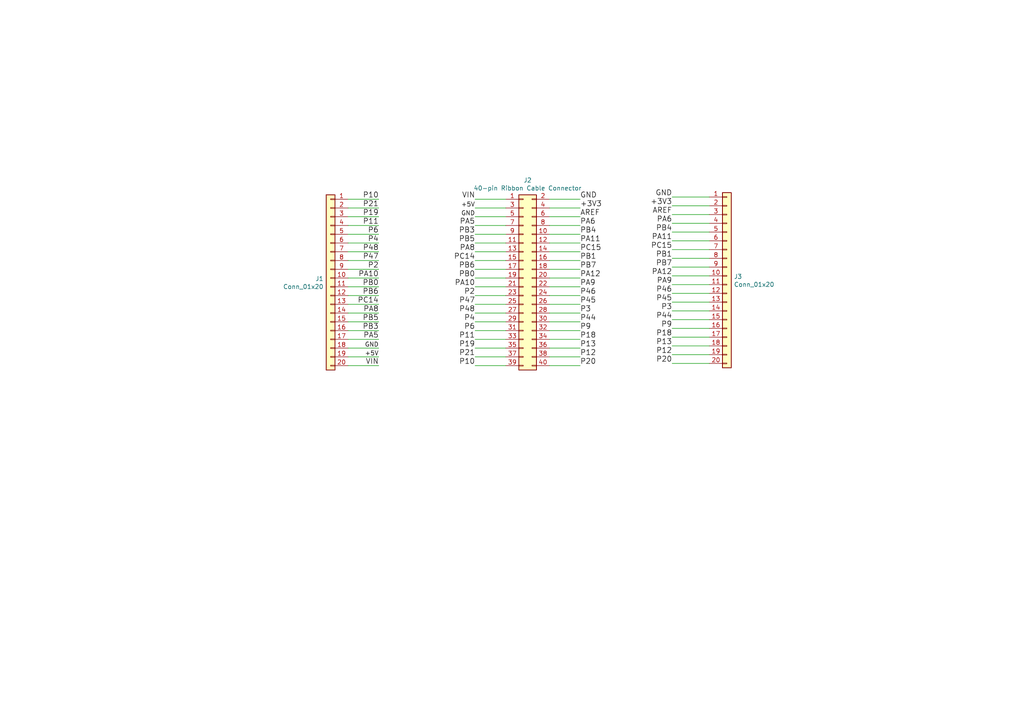
<source format=kicad_sch>
(kicad_sch (version 20230121) (generator eeschema)
  (paper "A4")
  (title_block (title "E155 Breadboard Adapter") (rev "v4") (company "Harvey Mudd College") (comment 1 "jbrake@hmc.edu") (comment 2 "Author: Josh Brake"))
  (lib_symbols
    (symbol "Connector_Generic:Conn_01x20" (pin_names (offset 1.016) hide)
      (property "Reference" "J" (at 0 25.4 0))
      (property "Value" "Conn_01x20" (at 0 -27.94 0))
      (symbol "Conn_01x20_1_1"
        (rectangle (start -1.27 -25.273) (end 0 -25.527) (stroke (width 0.1524)))
        (rectangle (start -1.27 -22.733) (end 0 -22.987) (stroke (width 0.1524)))
        (rectangle (start -1.27 -20.193) (end 0 -20.447) (stroke (width 0.1524)))
        (rectangle (start -1.27 -17.653) (end 0 -17.907) (stroke (width 0.1524)))
        (rectangle (start -1.27 -15.113) (end 0 -15.367) (stroke (width 0.1524)))
        (rectangle (start -1.27 -12.573) (end 0 -12.827) (stroke (width 0.1524)))
        (rectangle (start -1.27 -10.033) (end 0 -10.287) (stroke (width 0.1524)))
        (rectangle (start -1.27 -7.493) (end 0 -7.747) (stroke (width 0.1524)))
        (rectangle (start -1.27 -4.953) (end 0 -5.207) (stroke (width 0.1524)))
        (rectangle (start -1.27 -2.413) (end 0 -2.667) (stroke (width 0.1524)))
        (rectangle (start -1.27 0.127) (end 0 -0.127) (stroke (width 0.1524)))
        (rectangle (start -1.27 2.667) (end 0 2.413) (stroke (width 0.1524)))
        (rectangle (start -1.27 5.207) (end 0 4.953) (stroke (width 0.1524)))
        (rectangle (start -1.27 7.747) (end 0 7.493) (stroke (width 0.1524)))
        (rectangle (start -1.27 10.287) (end 0 10.033) (stroke (width 0.1524)))
        (rectangle (start -1.27 12.827) (end 0 12.573) (stroke (width 0.1524)))
        (rectangle (start -1.27 15.367) (end 0 15.113) (stroke (width 0.1524)))
        (rectangle (start -1.27 17.907) (end 0 17.653) (stroke (width 0.1524)))
        (rectangle (start -1.27 20.447) (end 0 20.193) (stroke (width 0.1524)))
        (rectangle (start -1.27 22.987) (end 0 22.733) (stroke (width 0.1524)))
        (rectangle (start -1.27 24.13) (end 1.27 -26.67) (stroke (width 0.254)) (fill (type background)))
        (pin passive line (at -5.08 22.86 0) (length 3.81) (name "Pin_1") (number "1"))
        (pin passive line (at -5.08 0 0) (length 3.81) (name "Pin_10") (number "10"))
        (pin passive line (at -5.08 -2.54 0) (length 3.81) (name "Pin_11") (number "11"))
        (pin passive line (at -5.08 -5.08 0) (length 3.81) (name "Pin_12") (number "12"))
        (pin passive line (at -5.08 -7.62 0) (length 3.81) (name "Pin_13") (number "13"))
        (pin passive line (at -5.08 -10.16 0) (length 3.81) (name "Pin_14") (number "14"))
        (pin passive line (at -5.08 -12.7 0) (length 3.81) (name "Pin_15") (number "15"))
        (pin passive line (at -5.08 -15.24 0) (length 3.81) (name "Pin_16") (number "16"))
        (pin passive line (at -5.08 -17.78 0) (length 3.81) (name "Pin_17") (number "17"))
        (pin passive line (at -5.08 -20.32 0) (length 3.81) (name "Pin_18") (number "18"))
        (pin passive line (at -5.08 -22.86 0) (length 3.81) (name "Pin_19") (number "19"))
        (pin passive line (at -5.08 20.32 0) (length 3.81) (name "Pin_2") (number "2"))
        (pin passive line (at -5.08 -25.4 0) (length 3.81) (name "Pin_20") (number "20"))
        (pin passive line (at -5.08 17.78 0) (length 3.81) (name "Pin_3") (number "3"))
        (pin passive line (at -5.08 15.24 0) (length 3.81) (name "Pin_4") (number "4"))
        (pin passive line (at -5.08 12.7 0) (length 3.81) (name "Pin_5") (number "5"))
        (pin passive line (at -5.08 10.16 0) (length 3.81) (name "Pin_6") (number "6"))
        (pin passive line (at -5.08 7.62 0) (length 3.81) (name "Pin_7") (number "7"))
        (pin passive line (at -5.08 5.08 0) (length 3.81) (name "Pin_8") (number "8"))
        (pin passive line (at -5.08 2.54 0) (length 3.81) (name "Pin_9") (number "9"))
      )
    )
    (symbol "Connector_Generic:Conn_02x20_Odd_Even" (pin_names (offset 1.016) hide)
      (property "Reference" "J" (at 1.27 25.4 0))
      (property "Value" "Conn_02x20_Odd_Even" (at 1.27 -27.94 0))
      (symbol "Conn_02x20_Odd_Even_1_1"
        (rectangle (start -1.27 -25.273) (end 0 -25.527) (stroke (width 0.1524)))
        (rectangle (start -1.27 -22.733) (end 0 -22.987) (stroke (width 0.1524)))
        (rectangle (start -1.27 -20.193) (end 0 -20.447) (stroke (width 0.1524)))
        (rectangle (start -1.27 -17.653) (end 0 -17.907) (stroke (width 0.1524)))
        (rectangle (start -1.27 -15.113) (end 0 -15.367) (stroke (width 0.1524)))
        (rectangle (start -1.27 -12.573) (end 0 -12.827) (stroke (width 0.1524)))
        (rectangle (start -1.27 -10.033) (end 0 -10.287) (stroke (width 0.1524)))
        (rectangle (start -1.27 -7.493) (end 0 -7.747) (stroke (width 0.1524)))
        (rectangle (start -1.27 -4.953) (end 0 -5.207) (stroke (width 0.1524)))
        (rectangle (start -1.27 -2.413) (end 0 -2.667) (stroke (width 0.1524)))
        (rectangle (start -1.27 0.127) (end 0 -0.127) (stroke (width 0.1524)))
        (rectangle (start -1.27 2.667) (end 0 2.413) (stroke (width 0.1524)))
        (rectangle (start -1.27 5.207) (end 0 4.953) (stroke (width 0.1524)))
        (rectangle (start -1.27 7.747) (end 0 7.493) (stroke (width 0.1524)))
        (rectangle (start -1.27 10.287) (end 0 10.033) (stroke (width 0.1524)))
        (rectangle (start -1.27 12.827) (end 0 12.573) (stroke (width 0.1524)))
        (rectangle (start -1.27 15.367) (end 0 15.113) (stroke (width 0.1524)))
        (rectangle (start -1.27 17.907) (end 0 17.653) (stroke (width 0.1524)))
        (rectangle (start -1.27 20.447) (end 0 20.193) (stroke (width 0.1524)))
        (rectangle (start -1.27 22.987) (end 0 22.733) (stroke (width 0.1524)))
        (rectangle (start -1.27 24.13) (end 3.81 -26.67) (stroke (width 0.254)) (fill (type background)))
        (rectangle (start 3.81 -25.273) (end 2.54 -25.527) (stroke (width 0.1524)))
        (rectangle (start 3.81 -22.733) (end 2.54 -22.987) (stroke (width 0.1524)))
        (rectangle (start 3.81 -20.193) (end 2.54 -20.447) (stroke (width 0.1524)))
        (rectangle (start 3.81 -17.653) (end 2.54 -17.907) (stroke (width 0.1524)))
        (rectangle (start 3.81 -15.113) (end 2.54 -15.367) (stroke (width 0.1524)))
        (rectangle (start 3.81 -12.573) (end 2.54 -12.827) (stroke (width 0.1524)))
        (rectangle (start 3.81 -10.033) (end 2.54 -10.287) (stroke (width 0.1524)))
        (rectangle (start 3.81 -7.493) (end 2.54 -7.747) (stroke (width 0.1524)))
        (rectangle (start 3.81 -4.953) (end 2.54 -5.207) (stroke (width 0.1524)))
        (rectangle (start 3.81 -2.413) (end 2.54 -2.667) (stroke (width 0.1524)))
        (rectangle (start 3.81 0.127) (end 2.54 -0.127) (stroke (width 0.1524)))
        (rectangle (start 3.81 2.667) (end 2.54 2.413) (stroke (width 0.1524)))
        (rectangle (start 3.81 5.207) (end 2.54 4.953) (stroke (width 0.1524)))
        (rectangle (start 3.81 7.747) (end 2.54 7.493) (stroke (width 0.1524)))
        (rectangle (start 3.81 10.287) (end 2.54 10.033) (stroke (width 0.1524)))
        (rectangle (start 3.81 12.827) (end 2.54 12.573) (stroke (width 0.1524)))
        (rectangle (start 3.81 15.367) (end 2.54 15.113) (stroke (width 0.1524)))
        (rectangle (start 3.81 17.907) (end 2.54 17.653) (stroke (width 0.1524)))
        (rectangle (start 3.81 20.447) (end 2.54 20.193) (stroke (width 0.1524)))
        (rectangle (start 3.81 22.987) (end 2.54 22.733) (stroke (width 0.1524)))
        (pin passive line (at -5.08 22.86 0) (length 3.81) (name "Pin_1") (number "1"))
        (pin passive line (at 7.62 12.7 180) (length 3.81) (name "Pin_10") (number "10"))
        (pin passive line (at -5.08 10.16 0) (length 3.81) (name "Pin_11") (number "11"))
        (pin passive line (at 7.62 10.16 180) (length 3.81) (name "Pin_12") (number "12"))
        (pin passive line (at -5.08 7.62 0) (length 3.81) (name "Pin_13") (number "13"))
        (pin passive line (at 7.62 7.62 180) (length 3.81) (name "Pin_14") (number "14"))
        (pin passive line (at -5.08 5.08 0) (length 3.81) (name "Pin_15") (number "15"))
        (pin passive line (at 7.62 5.08 180) (length 3.81) (name "Pin_16") (number "16"))
        (pin passive line (at -5.08 2.54 0) (length 3.81) (name "Pin_17") (number "17"))
        (pin passive line (at 7.62 2.54 180) (length 3.81) (name "Pin_18") (number "18"))
        (pin passive line (at -5.08 0 0) (length 3.81) (name "Pin_19") (number "19"))
        (pin passive line (at 7.62 22.86 180) (length 3.81) (name "Pin_2") (number "2"))
        (pin passive line (at 7.62 0 180) (length 3.81) (name "Pin_20") (number "20"))
        (pin passive line (at -5.08 -2.54 0) (length 3.81) (name "Pin_21") (number "21"))
        (pin passive line (at 7.62 -2.54 180) (length 3.81) (name "Pin_22") (number "22"))
        (pin passive line (at -5.08 -5.08 0) (length 3.81) (name "Pin_23") (number "23"))
        (pin passive line (at 7.62 -5.08 180) (length 3.81) (name "Pin_24") (number "24"))
        (pin passive line (at -5.08 -7.62 0) (length 3.81) (name "Pin_25") (number "25"))
        (pin passive line (at 7.62 -7.62 180) (length 3.81) (name "Pin_26") (number "26"))
        (pin passive line (at -5.08 -10.16 0) (length 3.81) (name "Pin_27") (number "27"))
        (pin passive line (at 7.62 -10.16 180) (length 3.81) (name "Pin_28") (number "28"))
        (pin passive line (at -5.08 -12.7 0) (length 3.81) (name "Pin_29") (number "29"))
        (pin passive line (at -5.08 20.32 0) (length 3.81) (name "Pin_3") (number "3"))
        (pin passive line (at 7.62 -12.7 180) (length 3.81) (name "Pin_30") (number "30"))
        (pin passive line (at -5.08 -15.24 0) (length 3.81) (name "Pin_31") (number "31"))
        (pin passive line (at 7.62 -15.24 180) (length 3.81) (name "Pin_32") (number "32"))
        (pin passive line (at -5.08 -17.78 0) (length 3.81) (name "Pin_33") (number "33"))
        (pin passive line (at 7.62 -17.78 180) (length 3.81) (name "Pin_34") (number "34"))
        (pin passive line (at -5.08 -20.32 0) (length 3.81) (name "Pin_35") (number "35"))
        (pin passive line (at 7.62 -20.32 180) (length 3.81) (name "Pin_36") (number "36"))
        (pin passive line (at -5.08 -22.86 0) (length 3.81) (name "Pin_37") (number "37"))
        (pin passive line (at 7.62 -22.86 180) (length 3.81) (name "Pin_38") (number "38"))
        (pin passive line (at -5.08 -25.4 0) (length 3.81) (name "Pin_39") (number "39"))
        (pin passive line (at 7.62 20.32 180) (length 3.81) (name "Pin_4") (number "4"))
        (pin passive line (at 7.62 -25.4 180) (length 3.81) (name "Pin_40") (number "40"))
        (pin passive line (at -5.08 17.78 0) (length 3.81) (name "Pin_5") (number "5"))
        (pin passive line (at 7.62 17.78 180) (length 3.81) (name "Pin_6") (number "6"))
        (pin passive line (at -5.08 15.24 0) (length 3.81) (name "Pin_7") (number "7"))
        (pin passive line (at 7.62 15.24 180) (length 3.81) (name "Pin_8") (number "8"))
        (pin passive line (at -5.08 12.7 0) (length 3.81) (name "Pin_9") (number "9"))
      )
    )
  )
  (wire (pts (xy 146.685 75.565) (xy 137.795 75.565)))
  (wire (pts (xy 100.965 103.505) (xy 109.855 103.505)))
  (wire (pts (xy 100.965 83.185) (xy 109.855 83.185)))
  (wire (pts (xy 146.685 73.025) (xy 137.795 73.025)))
  (wire (pts (xy 159.385 98.425) (xy 168.275 98.425)))
  (wire (pts (xy 159.385 75.565) (xy 168.275 75.565)))
  (wire (pts (xy 159.385 95.885) (xy 168.275 95.885)))
  (wire (pts (xy 159.385 60.325) (xy 168.275 60.325)))
  (wire (pts (xy 146.685 70.485) (xy 137.795 70.485)))
  (wire (pts (xy 194.945 74.93) (xy 205.74 74.93)))
  (wire (pts (xy 194.945 59.69) (xy 205.74 59.69)))
  (wire (pts (xy 194.945 92.71) (xy 205.74 92.71)))
  (wire (pts (xy 159.385 93.345) (xy 168.275 93.345)))
  (wire (pts (xy 194.945 72.39) (xy 205.74 72.39)))
  (wire (pts (xy 194.945 82.55) (xy 205.74 82.55)))
  (wire (pts (xy 159.385 70.485) (xy 168.275 70.485)))
  (wire (pts (xy 205.74 67.31) (xy 194.945 67.31)))
  (wire (pts (xy 137.795 80.645) (xy 146.685 80.645)))
  (wire (pts (xy 137.795 62.865) (xy 146.685 62.865)))
  (wire (pts (xy 159.385 90.805) (xy 168.275 90.805)))
  (wire (pts (xy 146.685 65.405) (xy 137.795 65.405)))
  (wire (pts (xy 100.965 62.865) (xy 109.855 62.865)))
  (wire (pts (xy 159.385 103.505) (xy 168.275 103.505)))
  (wire (pts (xy 146.685 106.045) (xy 137.795 106.045)))
  (wire (pts (xy 146.685 93.345) (xy 137.795 93.345)))
  (wire (pts (xy 159.385 88.265) (xy 168.275 88.265)))
  (wire (pts (xy 100.965 80.645) (xy 109.855 80.645)))
  (wire (pts (xy 100.965 88.265) (xy 109.855 88.265)))
  (wire (pts (xy 194.945 100.33) (xy 205.74 100.33)))
  (wire (pts (xy 194.945 105.41) (xy 205.74 105.41)))
  (wire (pts (xy 146.685 98.425) (xy 137.795 98.425)))
  (wire (pts (xy 100.965 57.785) (xy 109.855 57.785)))
  (wire (pts (xy 146.685 78.105) (xy 137.795 78.105)))
  (wire (pts (xy 146.685 100.965) (xy 137.795 100.965)))
  (wire (pts (xy 159.385 100.965) (xy 168.275 100.965)))
  (wire (pts (xy 146.685 90.805) (xy 137.795 90.805)))
  (wire (pts (xy 100.965 85.725) (xy 109.855 85.725)))
  (wire (pts (xy 100.965 60.325) (xy 109.855 60.325)))
  (wire (pts (xy 100.965 90.805) (xy 109.855 90.805)))
  (wire (pts (xy 194.945 57.15) (xy 205.74 57.15)))
  (wire (pts (xy 100.965 65.405) (xy 109.855 65.405)))
  (wire (pts (xy 100.965 67.945) (xy 109.855 67.945)))
  (wire (pts (xy 146.685 67.945) (xy 137.795 67.945)))
  (wire (pts (xy 100.965 78.105) (xy 109.855 78.105)))
  (wire (pts (xy 146.685 103.505) (xy 137.795 103.505)))
  (wire (pts (xy 159.385 85.725) (xy 168.275 85.725)))
  (wire (pts (xy 159.385 62.865) (xy 168.275 62.865)))
  (wire (pts (xy 159.385 57.785) (xy 168.275 57.785)))
  (wire (pts (xy 100.965 93.345) (xy 109.855 93.345)))
  (wire (pts (xy 137.795 57.785) (xy 146.685 57.785)))
  (wire (pts (xy 100.965 98.425) (xy 109.855 98.425)))
  (wire (pts (xy 100.965 73.025) (xy 109.855 73.025)))
  (wire (pts (xy 194.945 87.63) (xy 205.74 87.63)))
  (wire (pts (xy 159.385 73.025) (xy 168.275 73.025)))
  (wire (pts (xy 159.385 83.185) (xy 168.275 83.185)))
  (wire (pts (xy 100.965 106.045) (xy 109.855 106.045)))
  (wire (pts (xy 159.385 80.645) (xy 168.275 80.645)))
  (wire (pts (xy 100.965 70.485) (xy 109.855 70.485)))
  (wire (pts (xy 205.74 69.85) (xy 194.945 69.85)))
  (wire (pts (xy 159.385 106.045) (xy 168.275 106.045)))
  (wire (pts (xy 159.385 78.105) (xy 168.275 78.105)))
  (wire (pts (xy 194.945 80.01) (xy 205.74 80.01)))
  (wire (pts (xy 194.945 64.77) (xy 205.74 64.77)))
  (wire (pts (xy 194.945 95.25) (xy 205.74 95.25)))
  (wire (pts (xy 137.795 85.725) (xy 146.685 85.725)))
  (wire (pts (xy 194.945 85.09) (xy 205.74 85.09)))
  (wire (pts (xy 194.945 77.47) (xy 205.74 77.47)))
  (wire (pts (xy 194.945 62.23) (xy 205.74 62.23)))
  (wire (pts (xy 159.385 65.405) (xy 168.275 65.405)))
  (wire (pts (xy 146.685 95.885) (xy 137.795 95.885)))
  (wire (pts (xy 194.945 97.79) (xy 205.74 97.79)))
  (wire (pts (xy 146.685 83.185) (xy 137.795 83.185)))
  (wire (pts (xy 194.945 102.87) (xy 205.74 102.87)))
  (wire (pts (xy 194.945 90.17) (xy 205.74 90.17)))
  (wire (pts (xy 146.685 88.265) (xy 137.795 88.265)))
  (wire (pts (xy 100.965 100.965) (xy 109.855 100.965)))
  (wire (pts (xy 159.385 67.945) (xy 168.275 67.945)))
  (wire (pts (xy 100.965 95.885) (xy 109.855 95.885)))
  (wire (pts (xy 100.965 75.565) (xy 109.855 75.565)))
  (wire (pts (xy 146.685 60.325) (xy 137.795 60.325)))
  (label "PB6" (at 109.855 85.725 180) (effects (font (size 1.524 1.524))))
  (label "P20" (at 168.275 106.045 0) (effects (font (size 1.524 1.524))))
  (label "VIN" (at 109.855 106.045 180) (effects (font (size 1.524 1.524))))
  (label "P12" (at 168.275 103.505 0) (effects (font (size 1.524 1.524))))
  (label "P13" (at 194.945 100.33 180) (effects (font (size 1.524 1.524))))
  (label "P11" (at 137.795 98.425 180) (effects (font (size 1.524 1.524))))
  (label "P20" (at 194.945 105.41 180) (effects (font (size 1.524 1.524))))
  (label "P21" (at 137.795 103.505 180) (effects (font (size 1.524 1.524))))
  (label "P6" (at 109.855 67.945 180) (effects (font (size 1.524 1.524))))
  (label "PA10" (at 109.855 80.645 180) (effects (font (size 1.524 1.524))))
  (label "PB3" (at 109.855 95.885 180) (effects (font (size 1.524 1.524))))
  (label "P46" (at 194.945 85.09 180) (effects (font (size 1.524 1.524))))
  (label "GND" (at 109.855 100.965 180))
  (label "P3" (at 194.945 90.17 180) (effects (font (size 1.524 1.524))))
  (label "P44" (at 168.275 93.345 0) (effects (font (size 1.524 1.524))))
  (label "GND" (at 168.275 57.785 0) (effects (font (size 1.524 1.524))))
  (label "PC14" (at 137.795 75.565 180) (effects (font (size 1.524 1.524))))
  (label "PA9" (at 194.945 82.55 180) (effects (font (size 1.524 1.524))))
  (label "+3V3" (at 194.945 59.69 180) (effects (font (size 1.524 1.524))))
  (label "PA6" (at 194.945 64.77 180) (effects (font (size 1.524 1.524))))
  (label "P44" (at 194.945 92.71 180) (effects (font (size 1.524 1.524))))
  (label "P48" (at 109.855 73.025 180) (effects (font (size 1.524 1.524))))
  (label "PC15" (at 194.945 72.39 180) (effects (font (size 1.524 1.524))))
  (label "PB1" (at 194.945 74.93 180) (effects (font (size 1.524 1.524))))
  (label "PA5" (at 137.795 65.405 180) (effects (font (size 1.524 1.524))))
  (label "PB5" (at 109.855 93.345 180) (effects (font (size 1.524 1.524))))
  (label "P9" (at 168.275 95.885 0) (effects (font (size 1.524 1.524))))
  (label "P9" (at 194.945 95.25 180) (effects (font (size 1.524 1.524))))
  (label "PB5" (at 137.795 70.485 180) (effects (font (size 1.524 1.524))))
  (label "PB6" (at 137.795 78.105 180) (effects (font (size 1.524 1.524))))
  (label "P18" (at 194.945 97.79 180) (effects (font (size 1.524 1.524))))
  (label "PA8" (at 137.795 73.025 180) (effects (font (size 1.524 1.524))))
  (label "PB0" (at 109.855 83.185 180) (effects (font (size 1.524 1.524))))
  (label "PA9" (at 168.275 83.185 0) (effects (font (size 1.524 1.524))))
  (label "PC14" (at 109.855 88.265 180) (effects (font (size 1.524 1.524))))
  (label "P2" (at 137.795 85.725 180) (effects (font (size 1.524 1.524))))
  (label "P4" (at 137.795 93.345 180) (effects (font (size 1.524 1.524))))
  (label "P13" (at 168.275 100.965 0) (effects (font (size 1.524 1.524))))
  (label "P46" (at 168.275 85.725 0) (effects (font (size 1.524 1.524))))
  (label "PA5" (at 109.855 98.425 180) (effects (font (size 1.524 1.524))))
  (label "PB7" (at 194.945 77.47 180) (effects (font (size 1.524 1.524))))
  (label "P21" (at 109.855 60.325 180) (effects (font (size 1.524 1.524))))
  (label "AREF" (at 168.275 62.865 0) (effects (font (size 1.524 1.524))))
  (label "P11" (at 109.855 65.405 180) (effects (font (size 1.524 1.524))))
  (label "P47" (at 109.855 75.565 180) (effects (font (size 1.524 1.524))))
  (label "PB4" (at 194.945 67.31 180) (effects (font (size 1.524 1.524))))
  (label "P6" (at 137.795 95.885 180) (effects (font (size 1.524 1.524))))
  (label "PA11" (at 168.275 70.485 0) (effects (font (size 1.524 1.524))))
  (label "PA8" (at 109.855 90.805 180) (effects (font (size 1.524 1.524))))
  (label "P18" (at 168.275 98.425 0) (effects (font (size 1.524 1.524))))
  (label "P2" (at 109.855 78.105 180) (effects (font (size 1.524 1.524))))
  (label "P4" (at 109.855 70.485 180) (effects (font (size 1.524 1.524))))
  (label "P47" (at 137.795 88.265 180) (effects (font (size 1.524 1.524))))
  (label "PA11" (at 194.945 69.85 180) (effects (font (size 1.524 1.524))))
  (label "P10" (at 109.855 57.785 180) (effects (font (size 1.524 1.524))))
  (label "PB3" (at 137.795 67.945 180) (effects (font (size 1.524 1.524))))
  (label "+5V" (at 109.855 103.505 180))
  (label "P19" (at 109.855 62.865 180) (effects (font (size 1.524 1.524))))
  (label "P3" (at 168.275 90.805 0) (effects (font (size 1.524 1.524))))
  (label "PA10" (at 137.795 83.185 180) (effects (font (size 1.524 1.524))))
  (label "PA12" (at 194.945 80.01 180) (effects (font (size 1.524 1.524))))
  (label "+5V" (at 137.795 60.325 180))
  (label "P12" (at 194.945 102.87 180) (effects (font (size 1.524 1.524))))
  (label "PA12" (at 168.275 80.645 0) (effects (font (size 1.524 1.524))))
  (label "GND" (at 194.945 57.15 180) (effects (font (size 1.524 1.524))))
  (label "P48" (at 137.795 90.805 180) (effects (font (size 1.524 1.524))))
  (label "PB7" (at 168.275 78.105 0) (effects (font (size 1.524 1.524))))
  (label "PC15" (at 168.275 73.025 0) (effects (font (size 1.524 1.524))))
  (label "PA6" (at 168.275 65.405 0) (effects (font (size 1.524 1.524))))
  (label "GND" (at 137.795 62.865 180))
  (label "AREF" (at 194.945 62.23 180) (effects (font (size 1.524 1.524))))
  (label "P45" (at 168.275 88.265 0) (effects (font (size 1.524 1.524))))
  (label "VIN" (at 137.795 57.785 180) (effects (font (size 1.524 1.524))))
  (label "P19" (at 137.795 100.965 180) (effects (font (size 1.524 1.524))))
  (label "PB1" (at 168.275 75.565 0) (effects (font (size 1.524 1.524))))
  (label "PB0" (at 137.795 80.645 180) (effects (font (size 1.524 1.524))))
  (label "P10" (at 137.795 106.045 180) (effects (font (size 1.524 1.524))))
  (label "P45" (at 194.945 87.63 180) (effects (font (size 1.524 1.524))))
  (label "+3V3" (at 168.275 60.325 0) (effects (font (size 1.524 1.524))))
  (label "PB4" (at 168.275 67.945 0) (effects (font (size 1.524 1.524))))
  (symbol (lib_id "Connector_Generic:Conn_01x20") (at 210.82 80.01 0) (unit 1)
    (property "Reference" "J3" (at 212.852 80.2132 0) (effects (justify left)))
    (property "Value" "Conn_01x20" (at 212.852 82.5246 0) (effects (justify left)))
    (property "Footprint" "Connector_PinHeader_2.54mm:PinHeader_1x20_P2.54mm_Vertical" (effects hide))
  )
  (symbol (lib_id "Connector_Generic:Conn_01x20") (at 95.885 80.645 0) (mirror y) (unit 1)
    (property "Reference" "J1" (at 93.853 80.8482 0) (effects (justify left)))
    (property "Value" "Conn_01x20" (at 93.853 83.1596 0) (effects (justify left)))
    (property "Footprint" "Connector_PinHeader_2.54mm:PinHeader_1x20_P2.54mm_Vertical" (effects hide))
  )
  (symbol (lib_id "Connector_Generic:Conn_02x20_Odd_Even") (at 151.765 80.645 0) (unit 1)
    (property "Reference" "J2" (at 153.035 52.2732 0))
    (property "Value" "40-pin Ribbon Cable Connector" (at 153.035 54.5846 0))
    (property "Footprint" "E155_Footprints:2x20 Pin Header Keyed" (effects hide))
  )
)
</source>
